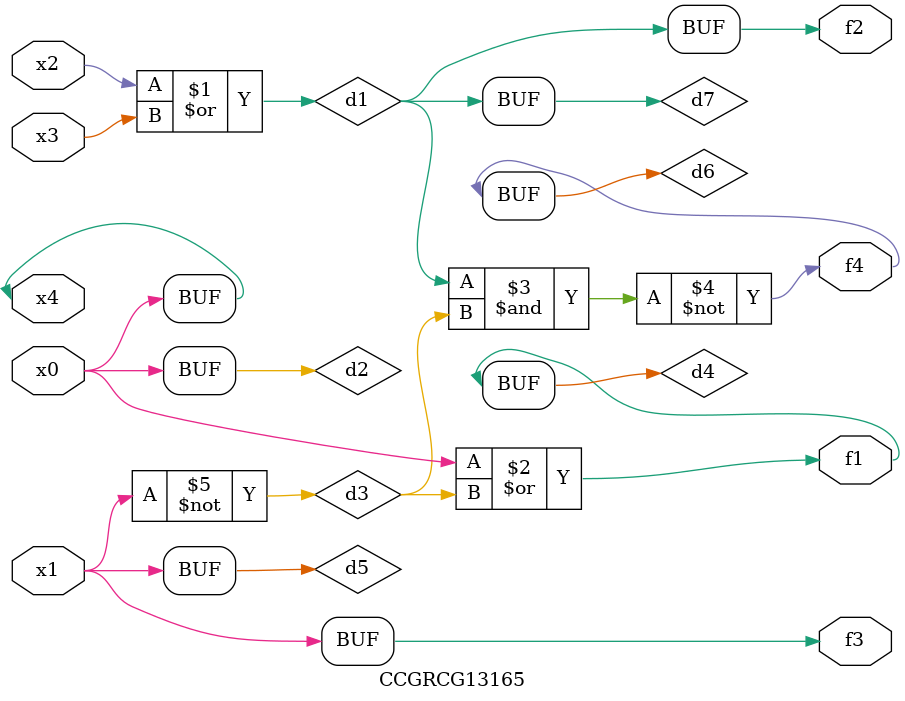
<source format=v>
module CCGRCG13165(
	input x0, x1, x2, x3, x4,
	output f1, f2, f3, f4
);

	wire d1, d2, d3, d4, d5, d6, d7;

	or (d1, x2, x3);
	buf (d2, x0, x4);
	not (d3, x1);
	or (d4, d2, d3);
	not (d5, d3);
	nand (d6, d1, d3);
	or (d7, d1);
	assign f1 = d4;
	assign f2 = d7;
	assign f3 = d5;
	assign f4 = d6;
endmodule

</source>
